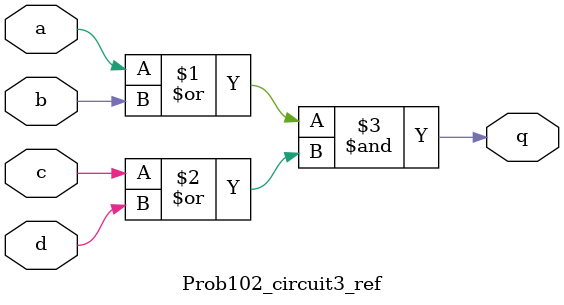
<source format=sv>

module Prob102_circuit3_ref (
  input a,
  input b,
  input c,
  input d,
  output q
);

  assign q = (a|b) & (c|d);

endmodule


</source>
